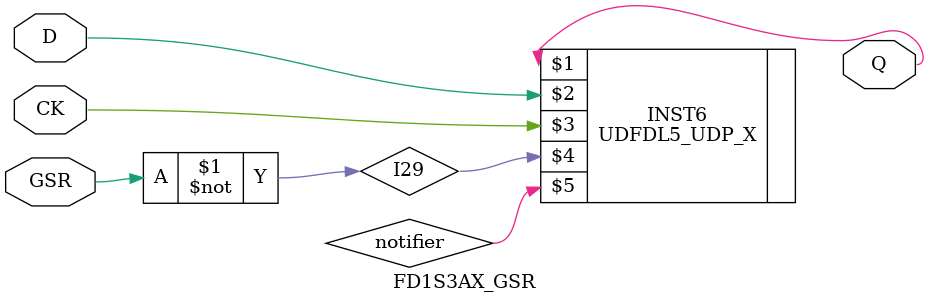
<source format=v>
`resetall
`timescale 1 ns / 100 ps

/* Created by DB2VERILOG Version 1.0.1.1 on Tue Apr  5 13:49:27 1994 */
/* module compiled from "lsl2db 3.6.4" run */

module FD1S3AX_GSR (D, CK, GSR, Q);
input  D, CK, GSR;
output Q;
reg notifier; 

not INST34 (I29, GSR);
UDFDL5_UDP_X INST6 (Q, D, CK, I29, notifier); 


endmodule


</source>
